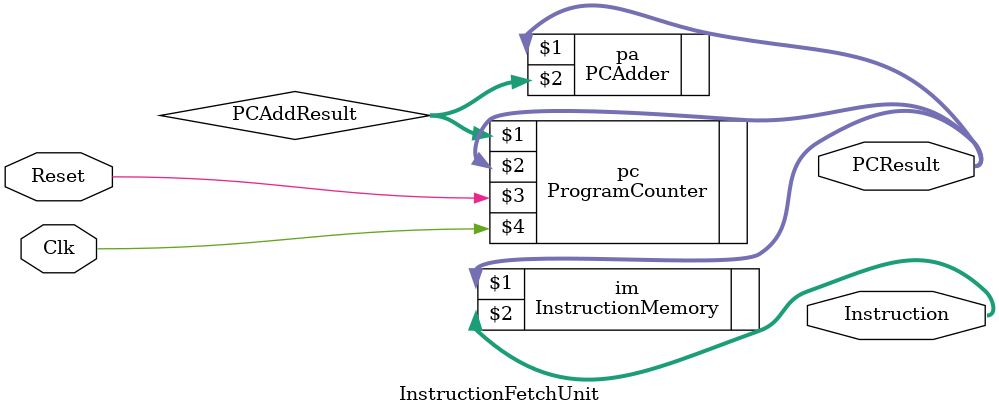
<source format=v>
`timescale 1ns / 1ps


module InstructionFetchUnit(Instruction, PCResult, Reset, Clk);
    input Clk, Reset;
    output [31:0] Instruction;
    
   output wire [31:0] PCResult; //this is the 32 bit output. 
   wire [31:0] PCAddResult; // wire for the add result of Program Counter
   
   ProgramCounter pc(PCAddResult, PCResult, Reset, Clk); // call to program counter
   
   PCAdder pa(PCResult, PCAddResult); //call to the adder with the PCResult and PCAddResult
   
   InstructionMemory im(PCResult, Instruction); //call to instruction memory
   
endmodule


</source>
